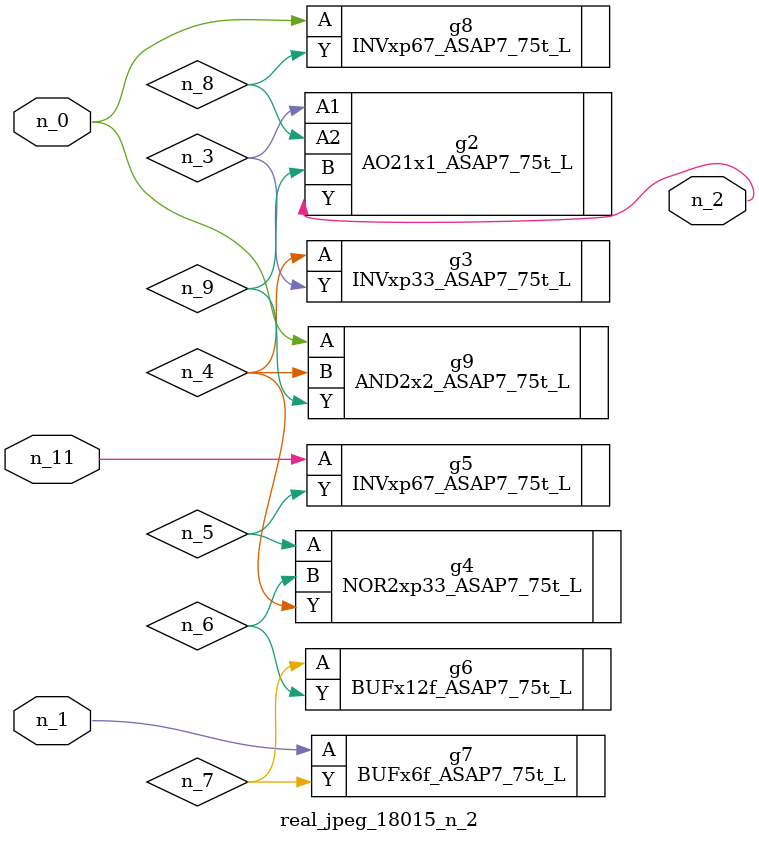
<source format=v>
module real_jpeg_18015_n_2 (n_1, n_11, n_0, n_2);

input n_1;
input n_11;
input n_0;

output n_2;

wire n_5;
wire n_8;
wire n_4;
wire n_6;
wire n_7;
wire n_3;
wire n_9;

INVxp67_ASAP7_75t_L g8 ( 
.A(n_0),
.Y(n_8)
);

AND2x2_ASAP7_75t_L g9 ( 
.A(n_0),
.B(n_4),
.Y(n_9)
);

BUFx6f_ASAP7_75t_L g7 ( 
.A(n_1),
.Y(n_7)
);

AO21x1_ASAP7_75t_L g2 ( 
.A1(n_3),
.A2(n_8),
.B(n_9),
.Y(n_2)
);

INVxp33_ASAP7_75t_L g3 ( 
.A(n_4),
.Y(n_3)
);

NOR2xp33_ASAP7_75t_L g4 ( 
.A(n_5),
.B(n_6),
.Y(n_4)
);

BUFx12f_ASAP7_75t_L g6 ( 
.A(n_7),
.Y(n_6)
);

INVxp67_ASAP7_75t_L g5 ( 
.A(n_11),
.Y(n_5)
);


endmodule
</source>
